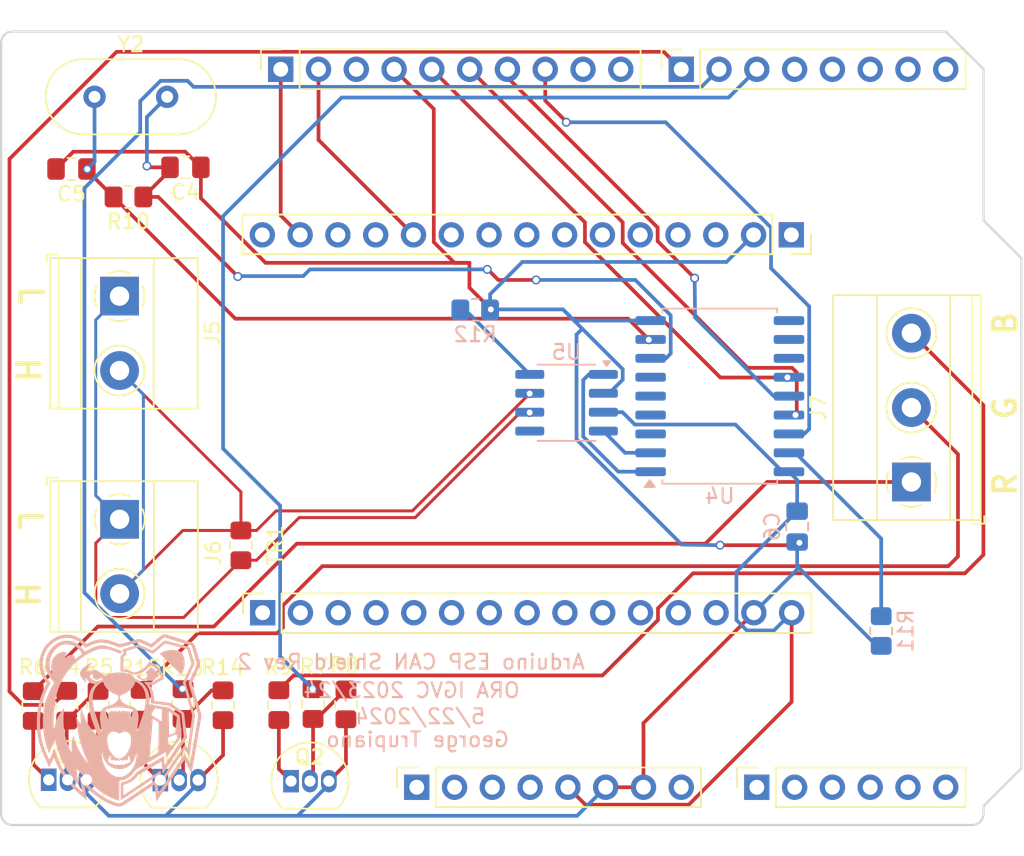
<source format=kicad_pcb>
(kicad_pcb (version 20240108) (generator "pcbnew") (generator_version "8.0")
  (title_block (date "mar. 31 mars 2015"))
  (layers (0 "F.Cu" signal) (31 "B.Cu" signal) (34 "B.Paste" user) (35 "F.Paste" user) (36 "B.SilkS" user "B.Silkscreen") (37 "F.SilkS" user "F.Silkscreen") (38 "B.Mask" user) (39 "F.Mask" user) (44 "Edge.Cuts" user))
  (net 0 "")
  (net 1 "GND")
  (net 3 "+5V")
  (net 4 "Net-(U4-OSC2)")
  (net 5 "Net-(U4-OSC1)")
  (net 6 "LEDPWR_R")
  (net 7 "LEDPWR_G")
  (net 8 "LEDPWR_B")
  (net 9 "LED_B")
  (net 10 "LED_R")
  (net 11 "LED_G")
  (net 12 "Net-(Q1-D)")
  (net 13 "SCL")
  (net 14 "SDA")
  (net 15 "Net-(Q1-G)")
  (net 16 "Net-(Q2-D)")
  (net 17 "Net-(Q2-G)")
  (net 18 "Net-(Q4-G)")
  (net 19 "Net-(Q4-D)")
  (net 20 "Net-(U4-~{RESET})")
  (net 21 "Net-(U5-Rs)")
  (net 22 "Net-(U4-RXCAN)")
  (net 28 "Net-(U4-TXCAN)")
  (net 41 "SCK")
  (net 46 "SI")
  (net 47 "INT")
  (net 52 "CS")
  (net 53 "SO")
  (net 79 "CAN-")
  (net 80 "CAN+")
  (footprint "Connector_PinSocket_2.54mm:PinSocket_1x08_P2.54mm_Vertical" (layer "F.Cu") (at 127.94 97.46 90)
    (property "Reference" "J1" (hide yes))
    (property "Value" "Power")
    (pad "1" thru_hole rect (at 0 0 90) (size 1.7 1.7) (drill 1) (layers "*.Cu" "*.Mask"))
    (pad "2" thru_hole oval (at 0 2.54 90) (size 1.7 1.7) (drill 1) (layers "*.Cu" "*.Mask"))
    (pad "3" thru_hole oval (at 0 5.08 90) (size 1.7 1.7) (drill 1) (layers "*.Cu" "*.Mask"))
    (pad "4" thru_hole oval (at 0 7.62 90) (size 1.7 1.7) (drill 1) (layers "*.Cu" "*.Mask"))
    (pad "5" thru_hole oval (at 0 10.16 90) (size 1.7 1.7) (drill 1) (layers "*.Cu" "*.Mask") (net 3 "+5V"))
    (pad "6" thru_hole oval (at 0 12.7 90) (size 1.7 1.7) (drill 1) (layers "*.Cu" "*.Mask") (net 1 "GND"))
    (pad "7" thru_hole oval (at 0 15.24 90) (size 1.7 1.7) (drill 1) (layers "*.Cu" "*.Mask") (net 1 "GND"))
    (pad "8" thru_hole oval (at 0 17.78 90) (size 1.7 1.7) (drill 1) (layers "*.Cu" "*.Mask"))
  )
  (footprint "Connector_PinSocket_2.54mm:PinSocket_1x06_P2.54mm_Vertical" (layer "F.Cu") (at 150.8 97.46 90)
    (property "Reference" "J3" (hide yes))
    (property "Value" "Analog")
    (pad "1" thru_hole rect (at 0 0 90) (size 1.7 1.7) (drill 1) (layers "*.Cu" "*.Mask"))
    (pad "2" thru_hole oval (at 0 2.54 90) (size 1.7 1.7) (drill 1) (layers "*.Cu" "*.Mask"))
    (pad "3" thru_hole oval (at 0 5.08 90) (size 1.7 1.7) (drill 1) (layers "*.Cu" "*.Mask"))
    (pad "4" thru_hole oval (at 0 7.62 90) (size 1.7 1.7) (drill 1) (layers "*.Cu" "*.Mask"))
    (pad "5" thru_hole oval (at 0 10.16 90) (size 1.7 1.7) (drill 1) (layers "*.Cu" "*.Mask"))
    (pad "6" thru_hole oval (at 0 12.7 90) (size 1.7 1.7) (drill 1) (layers "*.Cu" "*.Mask"))
  )
  (footprint "Connector_PinSocket_2.54mm:PinSocket_1x10_P2.54mm_Vertical" (layer "F.Cu") (at 118.796 49.2 90)
    (property "Reference" "J2" (hide yes))
    (property "Value" "Digital/PWM")
    (pad "1" thru_hole rect (at 0 0 90) (size 1.7 1.7) (drill 1) (layers "*.Cu" "*.Mask") (net 13 "SCL"))
    (pad "2" thru_hole oval (at 0 2.54 90) (size 1.7 1.7) (drill 1) (layers "*.Cu" "*.Mask") (net 14 "SDA"))
    (pad "3" thru_hole oval (at 0 5.08 90) (size 1.7 1.7) (drill 1) (layers "*.Cu" "*.Mask"))
    (pad "4" thru_hole oval (at 0 7.62 90) (size 1.7 1.7) (drill 1) (layers "*.Cu" "*.Mask") (net 1 "GND"))
    (pad "5" thru_hole oval (at 0 10.16 90) (size 1.7 1.7) (drill 1) (layers "*.Cu" "*.Mask") (net 41 "SCK"))
    (pad "6" thru_hole oval (at 0 12.7 90) (size 1.7 1.7) (drill 1) (layers "*.Cu" "*.Mask") (net 53 "SO"))
    (pad "7" thru_hole oval (at 0 15.24 90) (size 1.7 1.7) (drill 1) (layers "*.Cu" "*.Mask") (net 46 "SI"))
    (pad "8" thru_hole oval (at 0 17.78 90) (size 1.7 1.7) (drill 1) (layers "*.Cu" "*.Mask") (net 52 "CS"))
    (pad "9" thru_hole oval (at 0 20.32 90) (size 1.7 1.7) (drill 1) (layers "*.Cu" "*.Mask"))
    (pad "10" thru_hole oval (at 0 22.86 90) (size 1.7 1.7) (drill 1) (layers "*.Cu" "*.Mask"))
  )
  (footprint "Connector_PinSocket_2.54mm:PinSocket_1x08_P2.54mm_Vertical" (layer "F.Cu") (at 145.72 49.2 90)
    (property "Reference" "J4" (hide yes))
    (property "Value" "Digital/PWM")
    (pad "1" thru_hole rect (at 0 0 90) (size 1.7 1.7) (drill 1) (layers "*.Cu" "*.Mask") (net 6 "LEDPWR_R"))
    (pad "2" thru_hole oval (at 0 2.54 90) (size 1.7 1.7) (drill 1) (layers "*.Cu" "*.Mask") (net 7 "LEDPWR_G"))
    (pad "3" thru_hole oval (at 0 5.08 90) (size 1.7 1.7) (drill 1) (layers "*.Cu" "*.Mask") (net 8 "LEDPWR_B"))
    (pad "4" thru_hole oval (at 0 7.62 90) (size 1.7 1.7) (drill 1) (layers "*.Cu" "*.Mask"))
    (pad "5" thru_hole oval (at 0 10.16 90) (size 1.7 1.7) (drill 1) (layers "*.Cu" "*.Mask"))
    (pad "6" thru_hole oval (at 0 12.7 90) (size 1.7 1.7) (drill 1) (layers "*.Cu" "*.Mask"))
    (pad "7" thru_hole oval (at 0 15.24 90) (size 1.7 1.7) (drill 1) (layers "*.Cu" "*.Mask"))
    (pad "8" thru_hole oval (at 0 17.78 90) (size 1.7 1.7) (drill 1) (layers "*.Cu" "*.Mask"))
  )
  (footprint "Capacitor_SMD:C_0805_2012Metric_Pad1.18x1.45mm_HandSolder" (layer "F.Cu") (at 112.39 55.79 180)
    (property "Reference" "C4" (at 0 -1.68 180) (layer "F.SilkS"))
    (property "Value" "22uF")
    (pad "1" smd roundrect (at -1.0375 0 180) (size 1.175 1.45) (layers "F.Cu" "F.Paste" "F.Mask") (roundrect_rratio 0.212766) (net 1 "GND"))
    (pad "2" smd roundrect (at 1.0375 0 180) (size 1.175 1.45) (layers "F.Cu" "F.Paste" "F.Mask") (roundrect_rratio 0.212766) (net 4 "Net-(U4-OSC2)"))
  )
  (footprint "Resistor_SMD:R_0805_2012Metric_Pad1.20x1.40mm_HandSolder" (layer "F.Cu") (at 104.41 91.98 -90)
    (property "Reference" "R4" (at -2.6 0.05 0) (layer "F.SilkS"))
    (property "Value" "1k" (hide yes))
    (pad "1" smd roundrect (at -1 0 270) (size 1.2 1.4) (layers "F.Cu" "F.Paste" "F.Mask") (roundrect_rratio 0.208333) (net 6 "LEDPWR_R"))
    (pad "2" smd roundrect (at 1 0 270) (size 1.2 1.4) (layers "F.Cu" "F.Paste" "F.Mask") (roundrect_rratio 0.208333) (net 15 "Net-(Q1-G)"))
  )
  (footprint "Package_TO_SOT_THT:TO-92_Inline" (layer "F.Cu") (at 119.49 97.05)
    (property "Reference" "Q2" (at 1.25 -1.63 0) (layer "F.SilkS"))
    (property "Value" "BS170" (hide yes))
    (pad "1" thru_hole rect (at 0 0) (size 1.05 1.5) (drill 0.75) (layers "*.Cu" "*.Mask") (net 16 "Net-(Q2-D)"))
    (pad "2" thru_hole oval (at 1.27 0) (size 1.05 1.5) (drill 0.75) (layers "*.Cu" "*.Mask") (net 17 "Net-(Q2-G)"))
    (pad "3" thru_hole oval (at 2.54 0) (size 1.05 1.5) (drill 0.75) (layers "*.Cu" "*.Mask") (net 1 "GND"))
  )
  (footprint "Package_TO_SOT_THT:TO-92_Inline" (layer "F.Cu") (at 103.2 96.96)
    (property "Reference" "Q1" (at 1.3 -1.64 0) (layer "F.SilkS"))
    (property "Value" "BS170" (hide yes))
    (pad "1" thru_hole rect (at 0 0) (size 1.05 1.5) (drill 0.75) (layers "*.Cu" "*.Mask") (net 12 "Net-(Q1-D)"))
    (pad "2" thru_hole oval (at 1.27 0) (size 1.05 1.5) (drill 0.75) (layers "*.Cu" "*.Mask") (net 15 "Net-(Q1-G)"))
    (pad "3" thru_hole oval (at 2.54 0) (size 1.05 1.5) (drill 0.75) (layers "*.Cu" "*.Mask") (net 1 "GND"))
  )
  (footprint "Resistor_SMD:R_0805_2012Metric_Pad1.20x1.40mm_HandSolder" (layer "F.Cu") (at 108.56 57.78 180)
    (property "Reference" "R10" (at 0 -1.65 180) (layer "F.SilkS"))
    (property "Value" "1M")
    (pad "1" smd roundrect (at -1 0 180) (size 1.2 1.4) (layers "F.Cu" "F.Paste" "F.Mask") (roundrect_rratio 0.208333) (net 4 "Net-(U4-OSC2)"))
    (pad "2" smd roundrect (at 1 0 180) (size 1.2 1.4) (layers "F.Cu" "F.Paste" "F.Mask") (roundrect_rratio 0.208333) (net 5 "Net-(U4-OSC1)"))
  )
  (footprint "Resistor_SMD:R_0805_2012Metric_Pad1.20x1.40mm_HandSolder" (layer "F.Cu") (at 112.23 91.87 -90)
    (property "Reference" "R13" (at -2.41 0.07 0) (layer "F.SilkS"))
    (property "Value" "1k" (hide yes))
    (pad "1" smd roundrect (at -1 0 270) (size 1.2 1.4) (layers "F.Cu" "F.Paste" "F.Mask") (roundrect_rratio 0.208333) (net 7 "LEDPWR_G"))
    (pad "2" smd roundrect (at 1 0 270) (size 1.2 1.4) (layers "F.Cu" "F.Paste" "F.Mask") (roundrect_rratio 0.208333) (net 18 "Net-(Q4-G)"))
  )
  (footprint "Capacitor_SMD:C_0805_2012Metric_Pad1.18x1.45mm_HandSolder" (layer "F.Cu") (at 104.73 55.9 180)
    (property "Reference" "C5" (at 0 -1.68 180) (layer "F.SilkS"))
    (property "Value" "22uF")
    (pad "1" smd roundrect (at -1.0375 0 180) (size 1.175 1.45) (layers "F.Cu" "F.Paste" "F.Mask") (roundrect_rratio 0.212766) (net 5 "Net-(U4-OSC1)"))
    (pad "2" smd roundrect (at 1.0375 0 180) (size 1.175 1.45) (layers "F.Cu" "F.Paste" "F.Mask") (roundrect_rratio 0.212766) (net 1 "GND"))
  )
  (footprint "Package_TO_SOT_THT:TO-92_Inline" (layer "F.Cu") (at 110.7 96.98)
    (property "Reference" "Q4" (at 1.23 -1.62 0) (layer "F.SilkS"))
    (property "Value" "BS170" (hide yes))
    (pad "1" thru_hole rect (at 0 0) (size 1.05 1.5) (drill 0.75) (layers "*.Cu" "*.Mask") (net 19 "Net-(Q4-D)"))
    (pad "2" thru_hole oval (at 1.27 0) (size 1.05 1.5) (drill 0.75) (layers "*.Cu" "*.Mask") (net 18 "Net-(Q4-G)"))
    (pad "3" thru_hole oval (at 2.54 0) (size 1.05 1.5) (drill 0.75) (layers "*.Cu" "*.Mask") (net 1 "GND"))
  )
  (footprint "TerminalBlock_Phoenix:TerminalBlock_Phoenix_MKDS-1,5-2_1x02_P5.00mm_Horizontal" (layer "F.Cu") (at 107.96 64.45 -90)
    (property "Reference" "J5" (at 2.5 -6.26 90) (layer "F.SilkS"))
    (property "Value" "CAN" (hide yes))
    (pad "1" thru_hole rect (at 0 0 270) (size 2.6 2.6) (drill 1.3) (layers "*.Cu" "*.Mask") (net 79 "CAN-"))
    (pad "2" thru_hole circle (at 5 0 270) (size 2.6 2.6) (drill 1.3) (layers "*.Cu" "*.Mask") (net 80 "CAN+"))
  )
  (footprint "Resistor_SMD:R_0805_2012Metric_Pad1.20x1.40mm_HandSolder" (layer "F.Cu") (at 120.97 91.87 -90)
    (property "Reference" "R7" (at -2.53 -0.07 0) (layer "F.SilkS"))
    (property "Value" "1k" (hide yes))
    (pad "1" smd roundrect (at -1 0 270) (size 1.2 1.4) (layers "F.Cu" "F.Paste" "F.Mask") (roundrect_rratio 0.208333) (net 8 "LEDPWR_B"))
    (pad "2" smd roundrect (at 1 0 270) (size 1.2 1.4) (layers "F.Cu" "F.Paste" "F.Mask") (roundrect_rratio 0.208333) (net 17 "Net-(Q2-G)"))
  )
  (footprint "Resistor_SMD:R_0805_2012Metric_Pad1.20x1.40mm_HandSolder" (layer "F.Cu") (at 102.16 92 -90)
    (property "Reference" "R6" (at -2.61 0 0) (layer "F.SilkS"))
    (property "Value" "10k" (hide yes))
    (pad "1" smd roundrect (at -1 0 270) (size 1.2 1.4) (layers "F.Cu" "F.Paste" "F.Mask") (roundrect_rratio 0.208333) (net 10 "LED_R"))
    (pad "2" smd roundrect (at 1 0 270) (size 1.2 1.4) (layers "F.Cu" "F.Paste" "F.Mask") (roundrect_rratio 0.208333) (net 12 "Net-(Q1-D)"))
  )
  (footprint "TerminalBlock_Phoenix:TerminalBlock_Phoenix_MKDS-1,5-2_1x02_P5.00mm_Horizontal" (layer "F.Cu") (at 107.965 79.45 -90)
    (property "Reference" "J6" (at 2.26 -6.305 90) (layer "F.SilkS"))
    (property "Value" "CAN" (hide yes))
    (pad "1" thru_hole rect (at 0 0 270) (size 2.6 2.6) (drill 1.3) (layers "*.Cu" "*.Mask") (net 79 "CAN-"))
    (pad "2" thru_hole circle (at 5 0 270) (size 2.6 2.6) (drill 1.3) (layers "*.Cu" "*.Mask") (net 80 "CAN+"))
  )
  (footprint "Crystal:Crystal_HC49-4H_Vertical" (layer "F.Cu") (at 106.28 51.05)
    (property "Reference" "Y2" (at 2.44 -3.525 0) (layer "F.SilkS"))
    (property "Value" "8Mhz")
    (pad "1" thru_hole circle (at 0 0) (size 1.5 1.5) (drill 0.8) (layers "*.Cu" "*.Mask") (net 5 "Net-(U4-OSC1)"))
    (pad "2" thru_hole circle (at 4.88 0) (size 1.5 1.5) (drill 0.8) (layers "*.Cu" "*.Mask") (net 4 "Net-(U4-OSC2)"))
  )
  (footprint "Resistor_SMD:R_0805_2012Metric_Pad1.20x1.40mm_HandSolder" (layer "F.Cu") (at 106.52 91.98 -90)
    (property "Reference" "R5" (at -2.58 -0.07 0) (layer "F.SilkS"))
    (property "Value" "10k" (hide yes))
    (pad "1" smd roundrect (at -1 0 270) (size 1.2 1.4) (layers "F.Cu" "F.Paste" "F.Mask") (roundrect_rratio 0.208333) (net 15 "Net-(Q1-G)"))
    (pad "2" smd roundrect (at 1 0 270) (size 1.2 1.4) (layers "F.Cu" "F.Paste" "F.Mask") (roundrect_rratio 0.208333) (net 1 "GND"))
  )
  (footprint "Resistor_SMD:R_0805_2012Metric_Pad1.20x1.40mm_HandSolder" (layer "F.Cu") (at 116.12 81.2 -90)
    (property "Reference" "TR1" (at -0.02 -2.31 90) (layer "F.SilkS"))
    (property "Value" "120" (hide yes))
    (pad "1" smd roundrect (at -1 0 270) (size 1.2 1.4) (layers "F.Cu" "F.Paste" "F.Mask") (roundrect_rratio 0.208333) (net 80 "CAN+"))
    (pad "2" smd roundrect (at 1 0 270) (size 1.2 1.4) (layers "F.Cu" "F.Paste" "F.Mask") (roundrect_rratio 0.208333) (net 79 "CAN-"))
  )
  (footprint "TerminalBlock_Phoenix:TerminalBlock_Phoenix_MKDS-1,5-3_1x03_P5.00mm_Horizontal" (layer "F.Cu") (at 161.19 76.94 90)
    (property "Reference" "J7" (at 5 -6.26 -90) (layer "F.SilkS"))
    (property "Value" "Stack Light")
    (pad "1" thru_hole rect (at 0 0 90) (size 2.6 2.6) (drill 1.3) (layers "*.Cu" "*.Mask") (net 10 "LED_R"))
    (pad "2" thru_hole circle (at 5 0 90) (size 2.6 2.6) (drill 1.3) (layers "*.Cu" "*.Mask") (net 11 "LED_G"))
    (pad "3" thru_hole circle (at 10 0 90) (size 2.6 2.6) (drill 1.3) (layers "*.Cu" "*.Mask") (net 9 "LED_B"))
  )
  (footprint "RF_Module:ESP32_Header" (layer "F.Cu") (at 138.06 73.63 -90)
    (property "Reference" "U1" (hide yes))
    (property "Value" "ESP32-DEVKIT-V1")
    (pad "1" thru_hole rect (at -13.3 -15.06 270) (size 1.7 1.7) (drill 1) (layers "*.Cu" "*.Mask"))
    (pad "2" thru_hole oval (at -13.3 -12.52 270) (size 1.7 1.7) (drill 1) (layers "*.Cu" "*.Mask") (net 1 "GND"))
    (pad "3" thru_hole oval (at -13.3 -9.98 270) (size 1.7 1.7) (drill 1) (layers "*.Cu" "*.Mask"))
    (pad "4" thru_hole oval (at -13.3 -7.44 270) (size 1.7 1.7) (drill 1) (layers "*.Cu" "*.Mask"))
    (pad "5" thru_hole oval (at -13.3 -4.9 270) (size 1.7 1.7) (drill 1) (layers "*.Cu" "*.Mask"))
    (pad "6" thru_hole oval (at -13.3 -2.36 270) (size 1.7 1.7) (drill 1) (layers "*.Cu" "*.Mask"))
    (pad "7" thru_hole oval (at -13.3 0.18 270) (size 1.7 1.7) (drill 1) (layers "*.Cu" "*.Mask"))
    (pad "8" thru_hole oval (at -13.3 2.72 270) (size 1.7 1.7) (drill 1) (layers "*.Cu" "*.Mask"))
    (pad "9" thru_hole oval (at -13.3 5.26 270) (size 1.7 1.7) (drill 1) (layers "*.Cu" "*.Mask"))
    (pad "10" thru_hole oval (at -13.3 7.8 270) (size 1.7 1.7) (drill 1) (layers "*.Cu" "*.Mask"))
    (pad "11" thru_hole oval (at -13.3 10.34 270) (size 1.7 1.7) (drill 1) (layers "*.Cu" "*.Mask") (net 14 "SDA"))
    (pad "12" thru_hole oval (at -13.3 12.88 270) (size 1.7 1.7) (drill 1) (layers "*.Cu" "*.Mask"))
    (pad "13" thru_hole oval (at -13.3 15.42 270) (size 1.7 1.7) (drill 1) (layers "*.Cu" "*.Mask"))
    (pad "14" thru_hole oval (at -13.3 17.96 270) (size 1.7 1.7) (drill 1) (layers "*.Cu" "*.Mask") (net 13 "SCL"))
    (pad "15" thru_hole oval (at -13.3 20.5 270) (size 1.7 1.7) (drill 1) (layers "*.Cu" "*.Mask"))
    (pad "16" thru_hole rect (at 12.1 20.48 90) (size 1.7 1.7) (drill 1) (layers "*.Cu" "*.Mask"))
    (pad "17" thru_hole oval (at 12.1 17.94 90) (size 1.7 1.7) (drill 1) (layers "*.Cu" "*.Mask"))
    (pad "18" thru_hole oval (at 12.1 15.4 90) (size 1.7 1.7) (drill 1) (layers "*.Cu" "*.Mask"))
    (pad "19" thru_hole oval (at 12.1 12.86 90) (size 1.7 1.7) (drill 1) (layers "*.Cu" "*.Mask"))
    (pad "20" thru_hole oval (at 12.1 10.32 90) (size 1.7 1.7) (drill 1) (layers "*.Cu" "*.Mask"))
    (pad "21" thru_hole oval (at 12.1 7.78 90) (size 1.7 1.7) (drill 1) (layers "*.Cu" "*.Mask"))
    (pad "22" thru_hole oval (at 12.1 5.24 90) (size 1.7 1.7) (drill 1) (layers "*.Cu" "*.Mask"))
    (pad "23" thru_hole oval (at 12.1 2.7 90) (size 1.7 1.7) (drill 1) (layers "*.Cu" "*.Mask"))
    (pad "24" thru_hole oval (at 12.1 0.16 90) (size 1.7 1.7) (drill 1) (layers "*.Cu" "*.Mask"))
    (pad "25" thru_hole oval (at 12.1 -2.38 90) (size 1.7 1.7) (drill 1) (layers "*.Cu" "*.Mask"))
    (pad "26" thru_hole oval (at 12.1 -4.92 90) (size 1.7 1.7) (drill 1) (layers "*.Cu" "*.Mask"))
    (pad "27" thru_hole oval (at 12.1 -7.46 90) (size 1.7 1.7) (drill 1) (layers "*.Cu" "*.Mask"))
    (pad "28" thru_hole oval (at 12.1 -10 90) (size 1.7 1.7) (drill 1) (layers "*.Cu" "*.Mask"))
    (pad "29" thru_hole oval (at 12.1 -12.54 90) (size 1.7 1.7) (drill 1) (layers "*.Cu" "*.Mask") (net 1 "GND"))
    (pad "30" thru_hole oval (at 12.1 -15.08 90) (size 1.7 1.7) (drill 1) (layers "*.Cu" "*.Mask") (net 3 "+5V"))
  )
  (footprint "Resistor_SMD:R_0805_2012Metric_Pad1.20x1.40mm_HandSolder" (layer "F.Cu") (at 123.18 91.89 -90)
    (property "Reference" "R8" (at -2.64 0.11 0) (layer "F.SilkS"))
    (property "Value" "10k" (hide yes))
    (pad "1" smd roundrect (at -1 0 270) (size 1.2 1.4) (layers "F.Cu" "F.Paste" "F.Mask") (roundrect_rratio 0.208333) (net 17 "Net-(Q2-G)"))
    (pad "2" smd roundrect (at 1 0 270) (size 1.2 1.4) (layers "F.Cu" "F.Paste" "F.Mask") (roundrect_rratio 0.208333) (net 1 "GND"))
  )
  (footprint "Resistor_SMD:R_0805_2012Metric_Pad1.20x1.40mm_HandSolder" (layer "F.Cu") (at 109.41 91.92 -90)
    (property "Reference" "R15" (at -2.48 0.05 0) (layer "F.SilkS"))
    (property "Value" "10k" (hide yes))
    (pad "1" smd roundrect (at -1 0 270) (size 1.2 1.4) (layers "F.Cu" "F.Paste" "F.Mask") (roundrect_rratio 0.208333) (net 11 "LED_G"))
    (pad "2" smd roundrect (at 1 0 270) (size 1.2 1.4) (layers "F.Cu" "F.Paste" "F.Mask") (roundrect_rratio 0.208333) (net 19 "Net-(Q4-D)"))
  )
  (footprint "Resistor_SMD:R_0805_2012Metric_Pad1.20x1.40mm_HandSolder" (layer "F.Cu") (at 114.92 91.95 -90)
    (property "Reference" "R14" (at -2.55 0.03 0) (layer "F.SilkS"))
    (property "Value" "10k" (hide yes))
    (pad "1" smd roundrect (at -1 0 270) (size 1.2 1.4) (layers "F.Cu" "F.Paste" "F.Mask") (roundrect_rratio 0.208333) (net 18 "Net-(Q4-G)"))
    (pad "2" smd roundrect (at 1 0 270) (size 1.2 1.4) (layers "F.Cu" "F.Paste" "F.Mask") (roundrect_rratio 0.208333) (net 1 "GND"))
  )
  (footprint "Resistor_SMD:R_0805_2012Metric_Pad1.20x1.40mm_HandSolder" (layer "F.Cu") (at 118.67 91.94 -90)
    (property "Reference" "R9" (at -2.56 0.01 0) (layer "F.SilkS"))
    (property "Value" "10k" (hide yes))
    (pad "1" smd roundrect (at -1 0 270) (size 1.2 1.4) (layers "F.Cu" "F.Paste" "F.Mask") (roundrect_rratio 0.208333) (net 9 "LED_B"))
    (pad "2" smd roundrect (at 1 0 270) (size 1.2 1.4) (layers "F.Cu" "F.Paste" "F.Mask") (roundrect_rratio 0.208333) (net 16 "Net-(Q2-D)"))
  )
  (footprint "Capacitor_SMD:C_0805_2012Metric_Pad1.18x1.45mm_HandSolder" (layer "B.Cu") (at 153.51 79.94 -90)
    (property "Reference" "C6" (at 0 1.68 90) (layer "B.SilkS") (effects (justify mirror)))
    (property "Value" "100nF")
    (pad "1" smd roundrect (at -1.0375 0 270) (size 1.175 1.45) (layers "B.Cu" "B.Paste" "B.Mask") (roundrect_rratio 0.212766) (net 3 "+5V"))
    (pad "2" smd roundrect (at 1.0375 0 270) (size 1.175 1.45) (layers "B.Cu" "B.Paste" "B.Mask") (roundrect_rratio 0.212766) (net 1 "GND"))
  )
  (footprint "Resistor_SMD:R_0805_2012Metric_Pad1.20x1.40mm_HandSolder" (layer "B.Cu") (at 159.16 86.96 90)
    (property "Reference" "R11" (at 0 1.65 -90) (layer "B.SilkS") (effects (justify mirror)))
    (property "Value" "10k")
    (pad "1" smd roundrect (at -1 0 90) (size 1.2 1.4) (layers "B.Cu" "B.Paste" "B.Mask") (roundrect_rratio 0.208333) (net 1 "GND"))
    (pad "2" smd roundrect (at 1 0 90) (size 1.2 1.4) (layers "B.Cu" "B.Paste" "B.Mask") (roundrect_rratio 0.208333) (net 20 "Net-(U4-~{RESET})"))
  )
  (footprint "AdditionalParts:ORA_Logo_V2" (layer "B.Cu") (at 107.941806 93.028892 180)
    (property "Reference" "G***" (hide yes))
    (property "Value" "LOGO" (hide yes))
  )
  (footprint "Package_SO:SOIC-8_3.9x4.9mm_P1.27mm" (layer "B.Cu") (at 138.01 71.615 180)
    (property "Reference" "U5" (at 0 3.4 180) (layer "B.SilkS") (effects (justify mirror)))
    (property "Value" "MCP2551-I-SN")
    (pad "1" smd roundrect (at -2.475 1.905 180) (size 1.95 0.6) (layers "B.Cu" "B.Paste" "B.Mask") (net 28 "Net-(U4-TXCAN)"))
    (pad "2" smd roundrect (at -2.475 0.635 180) (size 1.95 0.6) (layers "B.Cu" "B.Paste" "B.Mask") (net 1 "GND"))
    (pad "3" smd roundrect (at -2.475 -0.635 180) (size 1.95 0.6) (layers "B.Cu" "B.Paste" "B.Mask") (net 3 "+5V"))
    (pad "4" smd roundrect (at -2.475 -1.905 180) (size 1.95 0.6) (layers "B.Cu" "B.Paste" "B.Mask") (net 22 "Net-(U4-RXCAN)"))
    (pad "5" smd roundrect (at 2.475 -1.905 180) (size 1.95 0.6) (layers "B.Cu" "B.Paste" "B.Mask"))
    (pad "6" smd roundrect (at 2.475 -0.635 180) (size 1.95 0.6) (layers "B.Cu" "B.Paste" "B.Mask") (net 79 "CAN-"))
    (pad "7" smd roundrect (at 2.475 0.635 180) (size 1.95 0.6) (layers "B.Cu" "B.Paste" "B.Mask") (net 80 "CAN+"))
    (pad "8" smd roundrect (at 2.475 1.905 180) (size 1.95 0.6) (layers "B.Cu" "B.Paste" "B.Mask") (net 21 "Net-(U5-Rs)"))
  )
  (footprint "Package_SO:SOIC-18W_7.5x11.6mm_P1.27mm" (layer "B.Cu") (at 148.31 71.17)
    (property "Reference" "U4" (at 0 6.72 0) (layer "B.SilkS") (effects (justify mirror)))
    (property "Value" "MCP2515-xSO")
    (pad "1" smd roundrect (at -4.65 5.08) (size 2.05 0.6) (layers "B.Cu" "B.Paste" "B.Mask") (net 28 "Net-(U4-TXCAN)"))
    (pad "2" smd roundrect (at -4.65 3.81) (size 2.05 0.6) (layers "B.Cu" "B.Paste" "B.Mask") (net 22 "Net-(U4-RXCAN)"))
    (pad "3" smd roundrect (at -4.65 2.54) (size 2.05 0.6) (layers "B.Cu" "B.Paste" "B.Mask"))
    (pad "4" smd roundrect (at -4.65 1.27) (size 2.05 0.6) (layers "B.Cu" "B.Paste" "B.Mask"))
    (pad "5" smd roundrect (at -4.65 0) (size 2.05 0.6) (layers "B.Cu" "B.Paste" "B.Mask"))
    (pad "6" smd roundrect (at -4.65 -1.27) (size 2.05 0.6) (layers "B.Cu" "B.Paste" "B.Mask"))
    (pad "7" smd roundrect (at -4.65 -2.54) (size 2.05 0.6) (layers "B.Cu" "B.Paste" "B.Mask") (net 4 "Net-(U4-OSC2)"))
    (pad "8" smd roundrect (at -4.65 -3.81) (size 2.05 0.6) (layers "B.Cu" "B.Paste" "B.Mask") (net 5 "Net-(U4-OSC1)"))
    (pad "9" smd roundrect (at -4.65 -5.08) (size 2.05 0.6) (layers "B.Cu" "B.Paste" "B.Mask") (net 1 "GND"))
    (pad "10" smd roundrect (at 4.65 -5.08) (size 2.05 0.6) (layers "B.Cu" "B.Paste" "B.Mask"))
    (pad "11" smd roundrect (at 4.65 -3.81) (size 2.05 0.6) (layers "B.Cu" "B.Paste" "B.Mask"))
    (pad "12" smd roundrect (at 4.65 -2.54) (size 2.05 0.6) (layers "B.Cu" "B.Paste" "B.Mask") (net 47 "INT"))
    (pad "13" smd roundrect (at 4.65 -1.27) (size 2.05 0.6) (layers "B.Cu" "B.Paste" "B.Mask") (net 41 "SCK"))
    (pad "14" smd roundrect (at 4.65 0) (size 2.05 0.6) (layers "B.Cu" "B.Paste" "B.Mask") (net 46 "SI"))
    (pad "15" smd roundrect (at 4.65 1.27) (size 2.05 0.6) (layers "B.Cu" "B.Paste" "B.Mask") (net 53 "SO"))
    (pad "16" smd roundrect (at 4.65 2.54) (size 2.05 0.6) (layers "B.Cu" "B.Paste" "B.Mask") (net 52 "CS"))
    (pad "17" smd roundrect (at 4.65 3.81) (size 2.05 0.6) (layers "B.Cu" "B.Paste" "B.Mask") (net 20 "Net-(U4-~{RESET})"))
    (pad "18" smd roundrect (at 4.65 5.08) (size 2.05 0.6) (layers "B.Cu" "B.Paste" "B.Mask") (net 3 "+5V"))
  )
  (footprint "Resistor_SMD:R_0805_2012Metric_Pad1.20x1.40mm_HandSolder" (layer "B.Cu") (at 131.87 65.37)
    (property "Reference" "R12" (at 0 1.65 0) (layer "B.SilkS") (effects (justify mirror)))
    (property "Value" "10k")
    (pad "1" smd roundrect (at -1 0) (size 1.2 1.4) (layers "B.Cu" "B.Paste" "B.Mask") (roundrect_rratio 0.208333) (net 21 "Net-(U5-Rs)"))
    (pad "2" smd roundrect (at 1 0) (size 1.2 1.4) (layers "B.Cu" "B.Paste" "B.Mask") (roundrect_rratio 0.208333) (net 1 "GND"))
  )
  (gr_line (start 166.04 59.36) (end 168.58 61.9) (stroke (width 0.15)) (layer "Edge.Cuts"))
  (gr_line (start 100 99.238) (end 100 47.422) (stroke (width 0.15)) (layer "Edge.Cuts"))
  (gr_line (start 168.58 61.9) (end 168.58 96.19) (stroke (width 0.15)) (layer "Edge.Cuts"))
  (gr_line (start 165.278 100) (end 100.762 100) (stroke (width 0.15)) (layer "Edge.Cuts"))
  (gr_line (start 100.762 46.66) (end 163.5 46.66) (stroke (width 0.15)) (layer "Edge.Cuts"))
  (gr_arc (start 100.762 100) (mid 100.223185 99.776815) (end 100 99.238) (stroke (width 0.15)) (layer "Edge.Cuts"))
  (gr_line (start 168.58 96.19) (end 166.04 98.73) (stroke (width 0.15)) (layer "Edge.Cuts"))
  (gr_line (start 163.5 46.66) (end 166.04 49.2) (stroke (width 0.15)) (layer "Edge.Cuts"))
  (gr_arc (start 166.04 99.238) (mid 165.816815 99.776815) (end 165.278 100) (stroke (width 0.15)) (layer "Edge.Cuts"))
  (gr_line (start 166.04 49.2) (end 166.04 59.36) (stroke (width 0.15)) (layer "Edge.Cuts"))
  (gr_line (start 166.04 98.73) (end 166.04 99.238) (stroke (width 0.15)) (layer "Edge.Cuts"))
  (gr_arc (start 100 47.422) (mid 100.223185 46.883185) (end 100.762 46.66) (stroke (width 0.15)) (layer "Edge.Cuts"))
  (gr_text "George Trupiano" (at 134.24 94.84 0) (layer "B.SilkS") (effects (font (size 1 1)) (justify left bottom mirror)))
  (gr_text "ORA IGVC 2023/24" (at 134.95 91.53 -0) (layer "B.SilkS") (effects (font (size 1 1)) (justify left bottom mirror)))
  (gr_text "Arduino ESP CAN Shield Rev 2" (at 139.33 89.62 0) (layer "B.SilkS") (effects (font (size 1 1)) (justify left bottom mirror)))
  (gr_text "5/22/2024\n" (at 132.63 93.29 0) (layer "B.SilkS") (effects (font (size 1 1)) (justify left bottom mirror)))
  (gr_text "H\n" (at 102.78 70.39 90) (layer "F.SilkS") (effects (font (size 1.5 1.5) (thickness 0.3) (bold yes)) (justify left bottom)))
  (gr_text "L\n" (at 101.06 78.7 -90) (layer "F.SilkS") (effects (font (size 1.5 1.5) (thickness 0.3) (bold yes)) (justify left bottom)))
  (gr_text "B" (at 168.37 67.23 90) (layer "F.SilkS") (effects (font (size 1.5 1.5) (thickness 0.3) (bold yes)) (justify left bottom)))
  (gr_text "R" (at 168.37 78.03 90) (layer "F.SilkS") (effects (font (size 1.5 1.5) (thickness 0.3) (bold yes)) (justify left bottom)))
  (gr_text "H\n" (at 102.73 85.49 90) (layer "F.SilkS") (effects (font (size 1.5 1.5) (thickness 0.3) (bold yes)) (justify left bottom)))
  (gr_text "G" (at 168.37 72.9 90) (layer "F.SilkS") (effects (font (size 1.5 1.5) (thickness 0.3) (bold yes)) (justify left bottom)))
  (gr_text "L\n" (at 101.11 63.6 -90) (layer "F.SilkS") (effects (font (size 1.5 1.5) (thickness 0.3) (bold yes)) (justify left bottom)))
  (segment (start 126.416 49.2) (end 129.085 51.869) (width 0.25) (layer "F.Cu") (net 1))
  (segment (start 114.92 95.3) (end 113.24 96.98) (width 0.25) (layer "F.Cu") (net 1))
  (segment (start 153.66 81.03) (end 153.66 80.94) (width 0.25) (layer "F.Cu") (net 1))
  (segment (start 150.6 85.73) (end 143.18 93.15) (width 0.25) (layer "F.Cu") (net 1))
  (segment (start 123.18 92.89) (end 123.18 95.9) (width 0.25) (layer "F.Cu") (net 1))
  (segment (start 114.92 92.95) (end 114.92 95.3) (width 0.25) (layer "F.Cu") (net 1))
  (segment (start 106.52 92.98) (end 106.52 96.18) (width 0.25) (layer "F.Cu") (net 1))
  (segment (start 153.66 80.94) (end 153.6 81) (width 0.25) (layer "F.Cu") (net 1))
  (segment (start 113.4275 57.859201) (end 117.778299 62.21) (width 0.25) (layer "F.Cu") (net 1))
  (segment (start 153.41 81.19) (end 153.57 81.03) (width 0.25) (layer "F.Cu") (net 1))
  (segment (start 153.57 81.03) (end 153.66 81.03) (width 0.25) (layer "F.Cu") (net 1))
  (segment (start 143.18 93.15) (end 143.18 97.46) (width 0.25) (layer "F.Cu") (net 1))
  (segment (start 117.778299 62.21) (end 131.48 62.21) (width 0.25) (layer "F.Cu") (net 1))
  (segment (start 106.52 96.18) (end 105.74 96.96) (width 0.25) (layer "F.Cu") (net 1))
  (segment (start 140.64 97.46) (end 143.18 97.46) (width 0.25) (layer "F.Cu") (net 1))
  (segment (start 132.92 65.32) (end 132.92 65.34) (width 0.25) (layer "F.Cu") (net 1))
  (segment (start 148.33 81.19) (end 153.41 81.19) (width 0.25) (layer "F.Cu") (net 1))
  (segment (start 129.085 51.869) (end 129.085 60.816701) (width 0.25) (layer "F.Cu") (net 1))
  (segment (start 131.48 62.21) (end 131.48 63.88) (width 0.25) (layer "F.Cu") (net 1))
  (segment (start 129.085 60.816701) (end 130.478299 62.21) (width 0.25) (layer "F.Cu") (net 1))
  (segment (start 132.94 65.34) (end 132.88 65.28) (width 0.25) (layer "F.Cu") (net 1))
  (segment (start 123.18 95.9) (end 122.03 97.05) (width 0.25) (layer "F.Cu") (net 1))
  (segment (start 103.6925 55.9) (end 104.8525 54.74) (width 0.25) (layer "F.Cu") (net 1))
  (segment (start 112.3775 54.74) (end 113.4275 55.79) (width 0.25) (layer "F.Cu") (net 1))
  (segment (start 130.478299 62.21) (end 131.48 62.21) (width 0.25) (layer "F.Cu") (net 1))
  (segment (start 132.92 65.34) (end 132.94 65.34) (width 0.25) (layer "F.Cu") (net 1))
  (segment (start 131.48 63.88) (end 132.92 65.32) (width 0.25) (layer "F.Cu") (net 1))
  (segment (start 104.8525 54.74) (end 112.3775 54.74) (width 0.25) (layer "F.Cu") (net 1))
  (segment (start 113.4275 55.79) (end 113.4275 57.859201) (width 0.25) (layer "F.Cu") (net 1))
  (via (at 153.66 81.03) (size 0.6) (drill 0.4) (layers "F.Cu" "B.Cu") (net 1))
  (via (at 148.33 81.19) (size 0.6) (drill 0.4) (layers "F.Cu" "B.Cu") (net 1))
  (via (at 132.92 65.34) (size 0.6) (drill 0.4) (layers "F.Cu" "B.Cu") (net 1))
  (segment (start 138.72 99.38) (end 140.64 97.46) (width 0.25) (layer "B.Cu") (net 1))
  (segment (start 153.51 80.9775) (end 153.51 82.6) (width 0.25) (layer "B.Cu") (net 1))
  (segment (start 140.87 70.98) (end 140.485 70.98) (width 0.25) (layer "B.Cu") (net 1))
  (segment (start 132.92 65.34) (end 137.765908 65.34) (width 0.25) (layer "B.Cu") (net 1))
  (segment (start 105.74 96.96) (end 105.74 97.88) (width 0.25) (layer "B.Cu") (net 1))
  (segment (start 119.925 99.38) (end 138.72 99.38) (width 0.25) (layer "B.Cu") (net 1))
  (segment (start 141.785 69.359092) (end 141.785 70.065) (width 0.25) (layer "B.Cu") (net 1))
  (segment (start 158.87 87.96) (end 153.51 82.6) (width 0.25) (layer "B.Cu") (net 1))
  (segment (start 159.16 87.96) (end 158.87 87.96) (width 0.25) (layer "B.Cu") (net 1))
  (segment (start 105.74 97.88) (end 107.24 99.38) (width 0.25) (layer "B.Cu") (net 1))
  (segment (start 153.51 82.6) (end 153.51 82.82) (width 0.25) (layer "B.Cu") (net 1))
  (segment (start 145.753604 81.15) (end 148.33 81.19) (width 0.25) (layer "B.Cu") (net 1))
  (segment (start 138.68 67.03) (end 138.68 74.076396) (width 0.25) (layer "B.Cu") (net 1))
  (segment (start 135.04 62.15) (end 148.76 62.15) (width 0.25) (layer "B.Cu") (net 1))
  (segment (start 122.03 97.275) (end 122.03 97.05) (width 0.25) (layer "B.Cu") (net 1))
  (segment (start 148.33 81.19) (end 148.33 81.15) (width 0.25) (layer "B.Cu") (net 1))
  (segment (start 139.067954 66.642046) (end 141.785 69.359092) (width 0.25) (layer "B.Cu") (net 1))
  (segment (start 113.24 97.205) (end 113.24 96.98) (width 0.25) (layer "B.Cu") (net 1))
  (segment (start 132.87 65.37) (end 132.87 64.32) (width 0.25) (layer "B.Cu") (net 1))
  (segment (start 137.765908 65.34) (end 139.067954 66.642046) (width 0.25) (layer "B.Cu") (net 1))
  (segment (start 138.68 74.076396) (end 145.753604 81.15) (width 0.25) (layer "B.Cu") (net 1))
  (segment (start 153.5625 81.03) (end 153.51 80.9775) (width 0.25) (layer "B.Cu") (net 1))
  (segment (start 111.065 99.38) (end 113.24 97.205) (width 0.25) (layer "B.Cu") (net 1))
  (segment (start 107.24 99.38) (end 111.065 99.38) (width 0.25) (layer "B.Cu") (net 1))
  (segment (start 138.515908 66.09) (end 137.765908 65.34) (width 0.25) (layer "B.Cu") (net 1))
  (segment (start 148.76 62.15) (end 150.58 60.33) (width 0.25) (layer "B.Cu") (net 1))
  (segment (start 143.66 66.09) (end 138.515908 66.09) (width 0.25) (layer "B.Cu") (net 1))
  (segment (start 153.66 81.03) (end 153.5625 81.03) (width 0.25) (layer "B.Cu") (net 1))
  (segment (start 141.785 70.065) (end 140.87 70.98) (width 0.25) (layer "B.Cu") (net 1))
  (segment (start 153.51 82.82) (end 150.6 85.73) (width 0.25) (layer "B.Cu") (net 1))
  (segment (start 111.065 99.38) (end 119.925 99.38) (width 0.25) (layer "B.Cu") (net 1))
  (segment (start 119.925 99.38) (end 122.03 97.275) (width 0.25) (layer "B.Cu") (net 1))
  (segment (start 139.067954 66.642046) (end 138.68 67.03) (width 0.25) (layer "B.Cu") (net 1))
  (segment (start 132.87 64.32) (end 135.04 62.15) (width 0.25) (layer "B.Cu") (net 1))
  (segment (start 153.14 91.72) (end 153.14 85.73) (width 0.25) (layer "F.Cu") (net 3))
  (segment (start 146.225 98.635) (end 153.14 91.72) (width 0.25) (layer "F.Cu") (net 3))
  (segment (start 139.275 98.635) (end 146.225 98.635) (width 0.25) (layer "F.Cu") (net 3))
  (segment (start 138.1 97.46) (end 139.275 98.635) (width 0.25) (layer "F.Cu") (net 3))
  (segment (start 140.485 72.25) (end 141.769092 72.25) (width 0.25) (layer "B.Cu") (net 3))
  (segment (start 151.95 86.92) (end 153.14 85.73) (width 0.25) (layer "B.Cu") (net 3))
  (segment (start 152.529092 76.25) (end 152.96 76.25) (width 0.25) (layer "B.Cu") (net 3))
  (segment (start 149.425 86.216701) (end 150.128299 86.92) (width 0.25) (layer "B.Cu") (net 3))
  (segment (start 153.51 78.9025) (end 149.425 82.9875) (width 0.25) (layer "B.Cu") (net 3))
  (segment (start 152.96 76.25) (end 153.51 76.8) (width 0.25) (layer "B.Cu") (net 3))
  (segment (start 149.359092 73.08) (end 152.529092 76.25) (width 0.25) (layer "B.Cu") (net 3))
  (segment (start 150.128299 86.92) (end 151.95 86.92) (width 0.25) (layer "B.Cu") (net 3))
  (segment (start 153.51 76.8) (end 153.51 78.9025) (width 0.25) (layer "B.Cu") (net 3))
  (segment (start 142.599092 73.08) (end 149.359092 73.08) (width 0.25) (layer "B.Cu") (net 3))
  (segment (start 141.769092 72.25) (end 142.599092 73.08) (width 0.25) (layer "B.Cu") (net 3))
  (segment (start 149.425 82.9875) (end 149.425 86.216701) (width 0.25) (layer "B.Cu") (net 3))
  (segment (start 132.68 62.62) (end 132.74 62.68) (width 0.25) (layer "F.Cu") (net 4))
  (segment (start 115.91 63.13) (end 110.56 57.78) (width 0.25) (layer "F.Cu") (net 4))
  (segment (start 111.3525 55.79) (end 111.3525 55.9875) (width 0.25) (layer "F.Cu") (net 4))
  (segment (start 132.71 62.65) (end 132.68 62.65) (width 0.25) (layer "F.Cu") (net 4))
  (segment (start 110.56 57.78) (end 109.56 57.78) (width 0.25) (layer "F.Cu") (net 4))
  (segment (start 132.68 62.65) (end 132.68 62.62) (width 0.25) (layer "F.Cu") (net 4))
  (segment (start 109.89 55.79) (end 109.8 55.7) (width 0.25) (layer "F.Cu") (net 4))
  (segment (start 111.3525 55.79) (end 109.89 55.79) (width 0.25) (layer "F.Cu") (net 4))
  (segment (start 135.96 63.36) (end 133.42 63.36) (width 0.25) (layer "F.Cu") (net 4))
  (segment (start 133.42 63.36) (end 132.71 62.65) (width 0.25) (layer "F.Cu") (net 4))
  (segment (start 109.8 55.7) (end 109.83 55.73) (width 0.25) (layer "F.Cu") (net 4))
  (segment (start 111.3525 55.9875) (end 109.56 57.78) (width 0.25) (layer "F.Cu") (net 4))
  (via (at 132.68 62.65) (size 0.6) (drill 0.4) (layers "F.Cu" "B.Cu") (net 4))
  (via (at 135.96 63.36) (size 0.6) (drill 0.4) (layers "F.Cu" "B.Cu") (net 4))
  (via (at 109.8 55.7) (size 0.6) (drill 0.4) (layers "F.Cu" "B.Cu") (net 4))
  (via (at 115.91 63.13) (size 0.6) (drill 0.4) (layers "F.Cu" "B.Cu") (net 4))
  (segment (start 115.94 63.1) (end 115.97 63.1) (width 0.25) (layer "B.Cu") (net 4))
  (segment (start 142.630908 63.36) (end 135.96 63.36) (width 0.25) (layer "B.Cu") (net 4))
  (segment (start 144.684999 68.63) (end 145.01 68.304999) (width 0.25) (layer "B.Cu") (net 4))
  (segment (start 145.01 65.739092) (end 142.630908 63.36) (width 0.25) (layer "B.Cu") (net 4))
  (segment (start 116 63.1) (end 115.91 63.13) (width 0.25) (layer "B.Cu") (net 4))
  (segment (start 109.8 55.7) (end 109.8 52.41) (width 0.25) (layer "B.Cu") (net 4))
  (segment (start 143.66 68.63) (end 144.684999 68.63) (width 0.25) (layer "B.Cu") (net 4))
  (segment (start 120.758299 62.65) (end 120.308299 63.1) (width 0.25) (layer "B.Cu") (net 4))
  (segment (start 145.01 68.304999) (end 145.01 65.739092) (width 0.25) (layer "B.Cu") (net 4))
  (segment (start 135.96 63.36) (end 136.05 63.36) (width 0.25) (layer "B.Cu") (net 4))
  (segment (start 132.68 62.65) (end 120.758299 62.65) (width 0.25) (layer "B.Cu") (net 4))
  (segment (start 115.91 63.13) (end 115.94 63.1) (width 0.25) (layer "B.Cu") (net 4))
  (segment (start 120.308299 63.1) (end 116 63.1) (width 0.25) (layer "B.Cu") (net 4))
  (segment (start 109.8 52.41) (end 111.16 51.05) (width 0.25) (layer "B.Cu") (net 4))
  (segment (start 105.7675 55.9) (end 105.79 55.91) (width 0.25) (layer "F.Cu") (net 5))
  (segment (start 105.79 55.91) (end 105.7675 55.9875) (width 0.25) (layer "F.Cu") (net 5))
  (segment (start 143.54 67.36) (end 143.54 67.38) (width 0.25) (layer "F.Cu") (net 5))
  (segment (start 143.54 67.38) (end 143.56 67.38) (width 0.25) (layer "F.Cu") (net 5))
  (segment (start 115.745 65.965) (end 142.145 65.965) (width 0.25) (layer "F.Cu") (net 5))
  (segment (start 142.145 65.965) (end 143.54 67.36) (width 0.25) (layer "F.Cu") (net 5))
  (segment (start 105.7675 55.9875) (end 107.56 57.78) (width 0.25) (layer "F.Cu") (net 5))
  (segment (start 107.56 57.78) (end 115.745 65.965) (width 0.25) (layer "F.Cu") (net 5))
  (segment (start 143.56 67.38) (end 143.48 67.3) (width 0.25) (layer "F.Cu") (net 5))
  (via (at 143.54 67.38) (size 0.6) (drill 0.4) (layers "F.Cu" "B.Cu") (net 5))
  (via (at 105.79 55.91) (size 0.6) (drill 0.4) (layers "F.Cu" "B.Cu") (net 5))
  (segment (start 105.79 55.91) (end 106.28 55.42) (width 0.25) (layer "B.Cu") (net 5))
  (segment (start 143.64 67.38) (end 143.66 67.36) (width 0.25) (layer "B.Cu") (net 5))
  (segment (start 143.54 67.38) (end 143.64 67.38) (width 0.25) (layer "B.Cu") (net 5))
  (segment (start 106.28 55.42) (end 106.28 51.05) (width 0.25) (layer "B.Cu") (net 5))
  (segment (start 100.562 55.228) (end 107.765 48.025) (width 0.25) (layer "F.Cu") (net 6))
  (segment (start 101.4649 91.925) (end 100.562 91.0221) (width 0.25) (layer "F.Cu") (net 6))
  (segment (start 144.545 48.025) (end 145.72 49.2) (width 0.25) (layer "F.Cu") (net 6))
  (segment (start 100.562 91.0221) (end 100.562 55.228) (width 0.25) (layer "F.Cu") (net 6))
  (segment (start 104.41 90.98) (end 103.465 91.925) (width 0.25) (layer "F.Cu") (net 6))
  (segment (start 103.465 91.925) (end 101.4649 91.925) (width 0.25) (layer "F.Cu") (net 6))
  (segment (start 107.765 48.025) (end 144.545 48.025) (width 0.25) (layer "F.Cu") (net 6))
  (via (at 112.19 90.84) (size 0.6) (drill 0.4) (layers "F.Cu" "B.Cu") (net 7))
  (segment (start 105.6 57.19) (end 109.35 53.44) (width 0.25) (layer "B.Cu") (net 7))
  (segment (start 112.19 90.84) (end 112.056902 90.84) (width 0.25) (layer "B.Cu") (net 7))
  (segment (start 105.6 84.383098) (end 105.6 57.19) (width 0.25) (layer "B.Cu") (net 7))
  (segment (start 112.535 49.975) (end 112.94 50.38) (width 0.25) (layer "B.Cu") (net 7))
  (segment (start 109.35 53.44) (end 109.35 51.33972) (width 0.25) (layer "B.Cu") (net 7))
  (segment (start 112.056902 90.84) (end 105.6 84.383098) (width 0.25) (layer "B.Cu") (net 7))
  (segment (start 109.35 51.33972) (end 110.71472 49.975) (width 0.25) (layer "B.Cu") (net 7))
  (segment (start 112.94 50.38) (end 147.08 50.38) (width 0.25) (layer "B.Cu") (net 7))
  (segment (start 110.71472 49.975) (end 112.535 49.975) (width 0.25) (layer "B.Cu") (net 7))
  (segment (start 147.08 50.38) (end 148.26 49.2) (width 0.25) (layer "B.Cu") (net 7))
  (via (at 120.94 90.85) (size 0.6) (drill 0.4) (layers "F.Cu" "B.Cu") (net 8))
  (segment (start 148.9 51.1) (end 150.8 49.2) (width 0.25) (layer "B.Cu") (net 8))
  (segment (start 122.89 51.1) (end 148.9 51.1) (width 0.25) (layer "B.Cu") (net 8))
  (segment (start 120.94 90.85) (end 118.755 88.665) (width 0.25) (layer "B.Cu") (net 8))
  (segment (start 114.92 74.7) (end 114.92 59.07) (width 0.25) (layer "B.Cu") (net 8))
  (segment (start 114.92 59.07) (end 122.89 51.1) (width 0.25) (layer "B.Cu") (net 8))
  (segment (start 118.755 88.665) (end 118.755 78.535) (width 0.25) (layer "B.Cu") (net 8))
  (segment (start 118.755 78.535) (end 114.92 74.7) (width 0.25) (layer "B.Cu") (net 8))
  (segment (start 144.155 85.433299) (end 146.508299 83.08) (width 0.25) (layer "F.Cu") (net 9))
  (segment (start 146.508299 83.08) (end 164.79 83.08) (width 0.25) (layer "F.Cu") (net 9))
  (segment (start 166.03 71.78) (end 161.19 66.94) (width 0.25) (layer "F.Cu") (net 9))
  (segment (start 164.79 83.08) (end 166.03 81.84) (width 0.25) (layer "F.Cu") (net 9))
  (segment (start 166.03 81.84) (end 166.03 71.78) (width 0.25) (layer "F.Cu") (net 9))
  (segment (start 118.67 90.94) (end 119.665 89.945) (width 0.25) (layer "F.Cu") (net 9))
  (segment (start 140.426701 89.945) (end 144.155 86.216701) (width 0.25) (layer "F.Cu") (net 9))
  (segment (start 119.665 89.945) (end 140.426701 89.945) (width 0.25) (layer "F.Cu") (net 9))
  (segment (start 144.155 86.216701) (end 144.155 85.433299) (width 0.25) (layer "F.Cu") (net 9))
  (segment (start 102.16 91) (end 106.5 86.66) (width 0.25) (layer "F.Cu") (net 10))
  (segment (start 147.346116 81.09) (end 151.496116 76.94) (width 0.25) (layer "F.Cu") (net 10))
  (segment (start 106.5 86.66) (end 114.3 86.66) (width 0.25) (layer "F.Cu") (net 10))
  (segment (start 119.87 81.09) (end 147.346116 81.09) (width 0.25) (layer "F.Cu") (net 10))
  (segment (start 114.3 86.66) (end 119.87 81.09) (width 0.25) (layer "F.Cu") (net 10))
  (segment (start 151.496116 76.94) (end 161.19 76.94) (width 0.25) (layer "F.Cu") (net 10))
  (segment (start 113.22 87.11) (end 118.55 87.11) (width 0.25) (layer "F.Cu") (net 11))
  (segment (start 163.67 82.6) (end 164.32 81.95) (width 0.25) (layer "F.Cu") (net 11))
  (segment (start 109.41 90.92) (end 113.22 87.11) (width 0.25) (layer "F.Cu") (net 11))
  (segment (start 118.945 85.243299) (end 121.588299 82.6) (width 0.25) (layer "F.Cu") (net 11))
  (segment (start 118.945 86.715) (end 118.945 85.243299) (width 0.25) (layer "F.Cu") (net 11))
  (segment (start 118.55 87.11) (end 118.945 86.715) (width 0.25) (layer "F.Cu") (net 11))
  (segment (start 164.32 81.95) (end 164.32 75.07) (width 0.25) (layer "F.Cu") (net 11))
  (segment (start 121.588299 82.6) (end 163.67 82.6) (width 0.25) (layer "F.Cu") (net 11))
  (segment (start 164.32 75.07) (end 161.19 71.94) (width 0.25) (layer "F.Cu") (net 11))
  (segment (start 102.16 93) (end 102.16 95.92) (width 0.25) (layer "F.Cu") (net 12))
  (segment (start 102.16 95.92) (end 103.2 96.96) (width 0.25) (layer "F.Cu") (net 12))
  (segment (start 118.796 59.026) (end 120.1 60.33) (width 0.25) (layer "F.Cu") (net 13))
  (segment (start 118.796 49.2) (end 118.796 59.026) (width 0.25) (layer "F.Cu") (net 13))
  (segment (start 121.336 49.2) (end 121.336 53.946) (width 0.25) (layer "F.Cu") (net 14))
  (segment (start 121.336 53.946) (end 127.72 60.33) (width 0.25) (layer "F.Cu") (net 14))
  (segment (start 106.52 90.98) (end 106.41 90.98) (width 0.25) (layer "F.Cu") (net 15))
  (segment (start 106.41 90.98) (end 104.41 92.98) (width 0.25) (layer "F.Cu") (net 15))
  (segment (start 104.41 92.98) (end 104.41 96.9) (width 0.25) (layer "F.Cu") (net 15))
  (segment (start 104.41 96.9) (end 104.47 96.96) (width 0.25) (layer "F.Cu") (net 15))
  (segment (start 118.67 96.23) (end 119.49 97.05) (width 0.25) (layer "F.Cu") (net 16))
  (segment (start 118.67 92.94) (end 118.67 96.23) (width 0.25) (layer "F.Cu") (net 16))
  (segment (start 121.2 92.87) (end 120.97 92.87) (width 0.25) (layer "F.Cu") (net 17))
  (segment (start 120.97 96.84) (end 120.76 97.05) (width 0.25) (layer "F.Cu") (net 17))
  (segment (start 123.18 90.89) (end 121.2 92.87) (width 0.25) (layer "F.Cu") (net 17))
  (segment (start 120.97 92.87) (end 120.97 96.84) (width 0.25) (layer "F.Cu") (net 17))
  (segment (start 112.23 92.87) (end 112.23 96.72) (width 0.25) (layer "F.Cu") (net 18))
  (segment (start 114.92 90.95) (end 114.15 90.95) (width 0.25) (layer "F.Cu") (net 18))
  (segment (start 112.23 96.72) (end 111.97 96.98) (width 0.25) (layer "F.Cu") (net 18))
  (segment (start 114.15 90.95) (end 112.23 92.87) (width 0.25) (layer "F.Cu") (net 18))
  (segment (start 109.41 92.92) (end 109.41 95.69) (width 0.25) (layer "F.Cu") (net 19))
  (segment (start 109.41 95.69) (end 110.7 96.98) (width 0.25) (layer "F.Cu") (net 19))
  (segment (start 153.390908 74.98) (end 152.96 74.98) (width 0.25) (layer "B.Cu") (net 20))
  (segment (start 159.16 85.96) (end 159.16 80.749092) (width 0.25) (layer "B.Cu") (net 20))
  (segment (start 159.16 80.749092) (end 153.390908 74.98) (width 0.25) (layer "B.Cu") (net 20))
  (segment (start 135.535 69.71) (end 131.195 65.37) (width 0.25) (layer "B.Cu") (net 21))
  (segment (start 131.195 65.37) (end 130.87 65.37) (width 0.25) (layer "B.Cu") (net 21))
  (segment (start 140.485 73.52) (end 141.945 74.98) (width 0.25) (layer "B.Cu") (net 22))
  (segment (start 141.945 74.98) (end 143.66 74.98) (width 0.25) (layer "B.Cu") (net 22))
  (segment (start 139.510001 69.71) (end 139.13 70.090001) (width 0.25) (layer "B.Cu") (net 28))
  (segment (start 140.485 69.71) (end 139.510001 69.71) (width 0.25) (layer "B.Cu") (net 28))
  (segment (start 141.49 76.25) (end 143.66 76.25) (width 0.25) (layer "B.Cu") (net 28))
  (segment (start 139.13 73.89) (end 141.49 76.25) (width 0.25) (layer "B.Cu") (net 28))
  (segment (start 139.13 70.090001) (end 139.13 73.89) (width 0.25) (layer "B.Cu") (net 28))
  (segment (start 139.245 60.816701) (end 148.348299 69.92) (width 0.25) (layer "F.Cu") (net 41))
  (segment (start 152.79 69.92) (end 152.86 69.91) (width 0.25) (layer "F.Cu") (net 41))
  (segment (start 152.86 69.91) (end 152.81 69.92) (width 0.25) (layer "F.Cu") (net 41))
  (segment (start 139.245 59.489) (end 139.245 60.816701) (width 0.25) (layer "F.Cu") (net 41))
  (segment (start 152.81 69.92) (end 152.8 69.92) (width 0.25) (layer "F.Cu") (net 41))
  (segment (start 148.348299 69.92) (end 152.79 69.92) (width 0.25) (layer "F.Cu") (net 41))
  (segment (start 128.956 49.2) (end 139.245 59.489) (width 0.25) (layer "F.Cu") (net 41))
  (via (at 152.86 69.91) (size 0.6) (drill 0.4) (layers "F.Cu" "B.Cu") (net 41))
  (segment (start 146.62 63.24) (end 144.135 60.755) (width 0.25) (layer "F.Cu") (net 46))
  (segment (start 144.135 60.755) (end 144.135 59.843299) (width 0.25) (layer "F.Cu") (net 46))
  (segment (start 144.135 59.843299) (end 134.036 49.744299) (width 0.25) (layer "F.Cu") (net 46))
  (segment (start 134.036 49.744299) (end 134.036 49.2) (width 0.25) (layer "F.Cu") (net 46))
  (via (at 146.62 63.24) (size 0.6) (drill 0.4) (layers "F.Cu" "B.Cu") (net 46))
  (segment (start 151.935001 71.17) (end 146.65 65.884999) (width 0.25) (layer "B.Cu") (net 46))
  (segment (start 146.62 63.24) (end 146.65 63.29) (width 0.25) (layer "B.Cu") (net 46))
  (segment (start 146.65 65.884999) (end 146.62 63.24) (width 0.25) (layer "B.Cu") (net 46))
  (segment (start 152.96 71.17) (end 151.935001 71.17) (width 0.25) (layer "B.Cu") (net 46))
  (segment (start 136.576 49.2) (end 136.576 51.306) (width 0.25) (layer "F.Cu") (net 52))
  (segment (start 137.99 52.72) (end 137.99 52.76) (width 0.25) (layer "F.Cu") (net 52))
  (segment (start 138.03 52.76) (end 137.94 52.67) (width 0.25) (layer "F.Cu") (net 52))
  (segment (start 137.99 52.76) (end 138.03 52.76) (width 0.25) (layer "F.Cu") (net 52))
  (segment (start 136.576 51.306) (end 137.99 52.72) (width 0.25) (layer "F.Cu") (net 52))
  (via (at 137.99 52.76) (size 0.6) (drill 0.4) (layers "F.Cu" "B.Cu") (net 52))
  (segment (start 151.755 59.843299) (end 151.755 62.575) (width 0.25) (layer "B.Cu") (net 52))
  (segment (start 154.32 65.14) (end 154.32 73.374999) (width 0.25) (layer "B.Cu") (net 52))
  (segment (start 154.32 73.374999) (end 153.984999 73.71) (width 0.25) (layer "B.Cu") (net 52))
  (segment (start 151.755 62.575) (end 154.32 65.14) (width 0.25) (layer "B.Cu") (net 52))
  (segment (start 153.984999 73.71) (end 152.96 73.71) (width 0.25) (layer "B.Cu") (net 52))
  (segment (start 144.671701 52.76) (end 151.755 59.843299) (width 0.25) (layer "B.Cu") (net 52))
  (segment (start 137.99 52.76) (end 144.671701 52.76) (width 0.25) (layer "B.Cu") (net 52))
  (segment (start 131.496 49.2) (end 141.785 59.489) (width 0.25) (layer "F.Cu") (net 53))
  (segment (start 150.18 69.27) (end 153.17 69.27) (width 0.25) (layer "F.Cu") (net 53))
  (segment (start 153.4 72.42) (end 153.4 72.44) (width 0.25) (layer "F.Cu") (net 53))
  (segment (start 153.4 72.44) (end 153.38 72.44) (width 0.25) (layer "F.Cu") (net 53))
  (segment (start 153.38 72.44) (end 153.42 72.4) (width 0.25) (layer "F.Cu") (net 53))
  (segment (start 153.17 69.27) (end 153.485 69.585) (width 0.25) (layer "F.Cu") (net 53))
  (segment (start 153.485 72.335) (end 153.4 72.42) (width 0.25) (layer "F.Cu") (net 53))
  (segment (start 141.785 59.489) (end 141.785 60.875) (width 0.25) (layer "F.Cu") (net 53))
  (segment (start 153.485 69.585) (end 153.485 72.335) (width 0.25) (layer "F.Cu") (net 53))
  (segment (start 141.785 60.875) (end 150.18 69.27) (width 0.25) (layer "F.Cu") (net 53))
  (via (at 153.4 72.44) (size 0.6) (drill 0.4) (layers "F.Cu" "B.Cu") (net 53))
  (segment (start 107.302258 86.05) (end 106.365 85.112742) (width 0.2) (layer "F.Cu") (net 79))
  (segment (start 108.465 79.95) (end 107.965 79.45) (width 0.25) (layer "F.Cu") (net 79))
  (segment (start 116.12 82.2) (end 112.27 86.05) (width 0.2) (layer "F.Cu") (net 79))
  (segment (start 134.896397 72.27) (end 127.831397 79.335) (width 0.2) (layer "F.Cu") (net 79))
  (segment (start 106.365 85.112742) (end 106.365 81.05) (width 0.2) (layer "F.Cu") (net 79))
  (segment (start 117.170001 82.2) (end 116.12 82.2) (width 0.2) (layer "F.Cu") (net 79))
  (segment (start 106.365 81.05) (end 107.965 79.45) (width 0.2) (layer "F.Cu") (net 79))
  (segment (start 135.53 72.27) (end 134.896397 72.27) (width 0.2) (layer "F.Cu") (net 79))
  (segment (start 120.035001 79.335) (end 117.170001 82.2) (width 0.2) (layer "F.Cu") (net 79))
  (segment (start 112.27 86.05) (end 107.302258 86.05) (width 0.2) (layer "F.Cu") (net 79))
  (segment (start 127.831397 79.335) (end 120.035001 79.335) (width 0.2) (layer "F.Cu") (net 79))
  (via (at 135.53 72.27) (size 0.6) (drill 0.4) (layers "F.Cu" "B.Cu") (net 79))
  (segment (start 106.36 66.05) (end 107.96 64.45) (width 0.2) (layer "B.Cu") (net 79))
  (segment (start 106.36 77.845) (end 106.36 66.05) (width 0.2) (layer "B.Cu") (net 79))
  (segment (start 107.965 79.45) (end 106.36 77.845) (width 0.2) (layer "B.Cu") (net 79))
  (segment (start 112.215 80.2) (end 107.965 84.45) (width 0.2) (layer "F.Cu") (net 80))
  (segment (start 135.53 71) (end 127.64498 78.88502) (width 0.2) (layer "F.Cu") (net 80))
  (segment (start 116.12 77.61) (end 107.96 69.45) (width 0.2) (layer "F.Cu") (net 80))
  (segment (start 117.170001 80.2) (end 116.23 80.2) (width 0.2) (layer "F.Cu") (net 80))
  (segment (start 116.12 80.2) (end 112.215 80.2) (width 0.2) (layer "F.Cu") (net 80))
  (segment (start 116.15 80.2) (end 116.12 80.2) (width 0.2) (layer "F.Cu") (net 80))
  (segment (start 127.64498 78.88502) (end 118.484981 78.88502) (width 0.2) (layer "F.Cu") (net 80))
  (segment (start 116.19 80.24) (end 116.15 80.2) (width 0.2) (layer "F.Cu") (net 80))
  (segment (start 116.12 80.2) (end 116.12 77.61) (width 0.2) (layer "F.Cu") (net 80))
  (segment (start 116.23 80.2) (end 116.19 80.24) (width 0.2) (layer "F.Cu") (net 80))
  (segment (start 118.484981 78.88502) (end 117.170001 80.2) (width 0.2) (layer "F.Cu") (net 80))
  (via (at 135.53 71) (size 0.6) (drill 0.4) (layers "F.Cu" "B.Cu") (net 80))
  (segment (start 107.965 84.45) (end 109.565 82.85) (width 0.2) (layer "B.Cu") (net 80))
  (segment (start 109.565 71.055) (end 107.96 69.45) (width 0.2) (layer "B.Cu") (net 80))
  (segment (start 109.565 82.85) (end 109.565 71.055) (width 0.2) (layer "B.Cu") (net 80))
)
</source>
